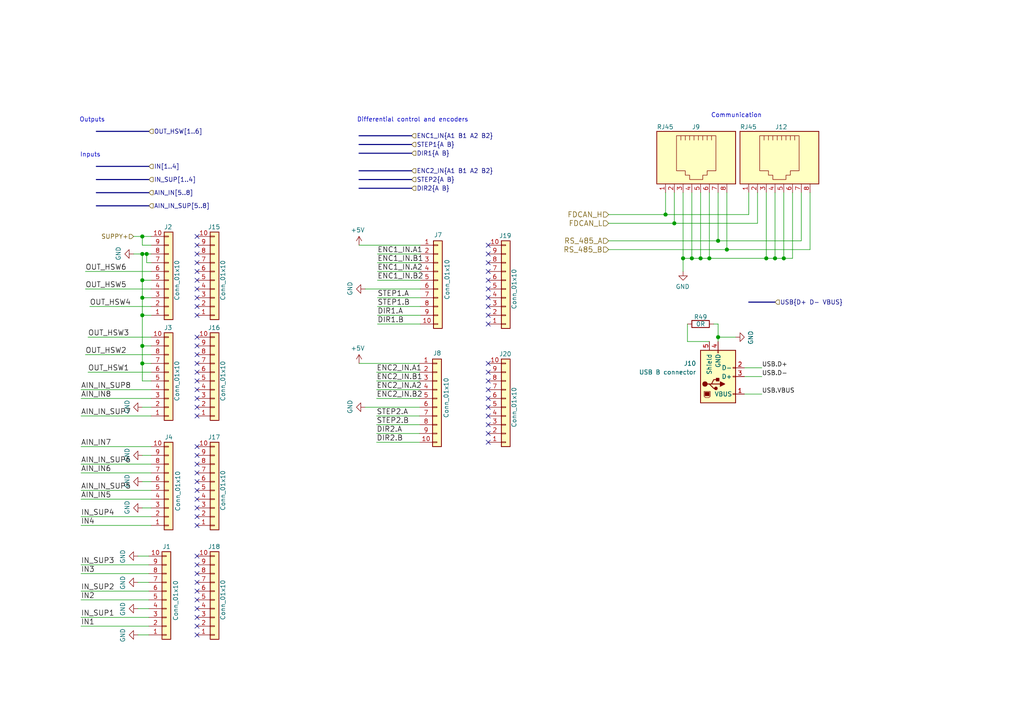
<source format=kicad_sch>
(kicad_sch (version 20210126) (generator eeschema)
  (paper "A4")
  (lib_symbols
    (symbol "Connector:RJ45" (pin_names (offset 1.016))
      (property "Reference" "J" (at -5.08 13.97 0))
      (property "Value" "RJ45" (at 2.54 13.97 0))
      (symbol "RJ45_0_1"
        (rectangle (start 7.62 12.7) (end -7.62 -10.16) (stroke (width 0.254)) (fill (type background)))
        (polyline (pts (xy -5.08 4.445) (xy -6.35 4.445)))
        (polyline (pts (xy -5.08 5.715) (xy -6.35 5.715)))
        (polyline (pts (xy -6.35 -3.175) (xy -5.08 -3.175) (xy -5.08 -3.175)))
        (polyline (pts (xy -6.35 -1.905) (xy -5.08 -1.905) (xy -5.08 -1.905)))
        (polyline (pts (xy -6.35 -0.635) (xy -5.08 -0.635) (xy -5.08 -0.635)))
        (polyline (pts (xy -6.35 0.635) (xy -5.08 0.635) (xy -5.08 0.635)))
        (polyline (pts (xy -6.35 1.905) (xy -5.08 1.905) (xy -5.08 1.905)))
        (polyline (pts (xy -5.08 3.175) (xy -6.35 3.175) (xy -6.35 3.175)))
        (polyline (pts (xy -6.35 -4.445) (xy -6.35 6.985) (xy 3.81 6.985) (xy 3.81 4.445) (xy 5.08 4.445) (xy 5.08 3.175) (xy 6.35 3.175) (xy 6.35 -0.635) (xy 5.08 -0.635) (xy 5.08 -1.905) (xy 3.81 -1.905) (xy 3.81 -4.445) (xy -6.35 -4.445) (xy -6.35 -4.445)))
      )
      (symbol "RJ45_1_1"
        (pin passive line (at 10.16 -7.62 180) (length 2.54) (name "~") (number "1"))
        (pin passive line (at 10.16 -5.08 180) (length 2.54) (name "~") (number "2"))
        (pin passive line (at 10.16 -2.54 180) (length 2.54) (name "~") (number "3"))
        (pin passive line (at 10.16 0 180) (length 2.54) (name "~") (number "4"))
        (pin passive line (at 10.16 2.54 180) (length 2.54) (name "~") (number "5"))
        (pin passive line (at 10.16 5.08 180) (length 2.54) (name "~") (number "6"))
        (pin passive line (at 10.16 7.62 180) (length 2.54) (name "~") (number "7"))
        (pin passive line (at 10.16 10.16 180) (length 2.54) (name "~") (number "8"))
      )
    )
    (symbol "Uni_Printer-rescue:+5V-power" (power) (pin_names (offset 0))
      (property "Value" "+5V-power" (at 0 3.556 0))
      (symbol "+5V-power_0_1"
        (polyline (pts (xy -0.762 1.27) (xy 0 2.54)))
        (polyline (pts (xy 0 0) (xy 0 2.54)))
        (polyline (pts (xy 0 2.54) (xy 0.762 1.27)))
      )
      (symbol "+5V-power_1_1"
        (pin power_in line (at 0 0 90) (length 0) hide (name "+5V") (number "1"))
      )
    )
    (symbol "Uni_Printer-rescue:Conn_01x10-Connector_Generic" (pin_names (offset 1.016) hide)
      (property "Reference" "J" (at 0 12.7 0))
      (property "Value" "Conn_01x10-Connector_Generic" (at 0 -15.24 0))
      (symbol "Conn_01x10-Connector_Generic_1_1"
        (rectangle (start -1.27 -12.573) (end 0 -12.827) (stroke (width 0.1524)))
        (rectangle (start -1.27 -10.033) (end 0 -10.287) (stroke (width 0.1524)))
        (rectangle (start -1.27 -7.493) (end 0 -7.747) (stroke (width 0.1524)))
        (rectangle (start -1.27 -4.953) (end 0 -5.207) (stroke (width 0.1524)))
        (rectangle (start -1.27 -2.413) (end 0 -2.667) (stroke (width 0.1524)))
        (rectangle (start -1.27 0.127) (end 0 -0.127) (stroke (width 0.1524)))
        (rectangle (start -1.27 2.667) (end 0 2.413) (stroke (width 0.1524)))
        (rectangle (start -1.27 5.207) (end 0 4.953) (stroke (width 0.1524)))
        (rectangle (start -1.27 7.747) (end 0 7.493) (stroke (width 0.1524)))
        (rectangle (start -1.27 10.287) (end 0 10.033) (stroke (width 0.1524)))
        (rectangle (start -1.27 11.43) (end 1.27 -13.97) (stroke (width 0.254)) (fill (type background)))
        (pin passive line (at -5.08 10.16 0) (length 3.81) (name "Pin_1") (number "1"))
        (pin passive line (at -5.08 -12.7 0) (length 3.81) (name "Pin_10") (number "10"))
        (pin passive line (at -5.08 7.62 0) (length 3.81) (name "Pin_2") (number "2"))
        (pin passive line (at -5.08 5.08 0) (length 3.81) (name "Pin_3") (number "3"))
        (pin passive line (at -5.08 2.54 0) (length 3.81) (name "Pin_4") (number "4"))
        (pin passive line (at -5.08 0 0) (length 3.81) (name "Pin_5") (number "5"))
        (pin passive line (at -5.08 -2.54 0) (length 3.81) (name "Pin_6") (number "6"))
        (pin passive line (at -5.08 -5.08 0) (length 3.81) (name "Pin_7") (number "7"))
        (pin passive line (at -5.08 -7.62 0) (length 3.81) (name "Pin_8") (number "8"))
        (pin passive line (at -5.08 -10.16 0) (length 3.81) (name "Pin_9") (number "9"))
      )
    )
    (symbol "Uni_Printer-rescue:GND-power" (power) (pin_names (offset 0))
      (property "Value" "GND-power" (at 0 -3.81 0))
      (symbol "GND-power_0_1"
        (polyline (pts (xy 0 0) (xy 0 -1.27) (xy 1.27 -1.27) (xy 0 -2.54) (xy -1.27 -1.27) (xy 0 -1.27)))
      )
      (symbol "GND-power_1_1"
        (pin power_in line (at 0 0 270) (length 0) hide (name "GND") (number "1"))
      )
    )
    (symbol "Uni_Printer-rescue:R-Sensor_tank_v1-rescue-Uni_General_v1-rescue-Uni_Printer_v1-rescue" (pin_numbers hide) (pin_names (offset 0))
      (property "Reference" "R" (at 2.032 0 90))
      (property "Value" "R-Sensor_tank_v1-rescue-Uni_General_v1-rescue-Uni_Printer_v1-rescue" (at 0 0 90))
      (symbol "R-Sensor_tank_v1-rescue-Uni_General_v1-rescue-Uni_Printer_v1-rescue_0_1"
        (rectangle (start -1.016 -2.54) (end 1.016 2.54) (stroke (width 0.254)))
      )
      (symbol "R-Sensor_tank_v1-rescue-Uni_General_v1-rescue-Uni_Printer_v1-rescue_1_1"
        (pin passive line (at 0 3.81 270) (length 1.27) (name "~") (number "1"))
        (pin passive line (at 0 -3.81 90) (length 1.27) (name "~") (number "2"))
      )
    )
    (symbol "Uni_Printer-rescue:USB_B-Connector" (pin_names (offset 1.016))
      (property "Reference" "J" (at -5.08 11.43 0))
      (property "Value" "USB_B-Connector" (at -5.08 8.89 0))
      (symbol "USB_B-Connector_0_1"
        (circle (center -3.81 2.159) (radius 0.635) (stroke (width 0.254)) (fill (type outline)))
        (circle (center -0.635 3.429) (radius 0.381) (stroke (width 0.254)) (fill (type outline)))
        (rectangle (start -0.127 -7.62) (end 0.127 -6.858))
        (rectangle (start 5.08 -2.667) (end 4.318 -2.413))
        (rectangle (start 5.08 -0.127) (end 4.318 0.127))
        (rectangle (start 5.08 4.953) (end 4.318 5.207))
        (rectangle (start -3.81 5.588) (end -2.54 4.572) (fill (type outline)))
        (rectangle (start 0.254 1.27) (end -0.508 0.508) (stroke (width 0.254)) (fill (type outline)))
        (rectangle (start -5.08 -7.62) (end 5.08 7.62) (stroke (width 0.254)) (fill (type background)))
        (polyline (pts (xy -1.905 2.159) (xy 0.635 2.159)) (stroke (width 0.254)))
        (polyline (pts (xy -3.175 2.159) (xy -2.54 2.159) (xy -1.27 3.429) (xy -0.635 3.429)) (stroke (width 0.254)))
        (polyline (pts (xy -2.54 2.159) (xy -1.905 2.159) (xy -1.27 0.889) (xy 0 0.889)) (stroke (width 0.254)))
        (polyline (pts (xy -4.064 4.318) (xy -2.286 4.318) (xy -2.286 5.715) (xy -2.667 6.096) (xy -3.683 6.096) (xy -4.064 5.715) (xy -4.064 4.318)))
        (polyline (pts (xy 0.635 2.794) (xy 0.635 1.524) (xy 1.905 2.159) (xy 0.635 2.794)) (stroke (width 0.254)) (fill (type outline)))
      )
      (symbol "USB_B-Connector_1_1"
        (pin power_out line (at 7.62 5.08 180) (length 2.54) (name "VBUS") (number "1"))
        (pin passive line (at 7.62 -2.54 180) (length 2.54) (name "D-") (number "2"))
        (pin passive line (at 7.62 0 180) (length 2.54) (name "D+") (number "3"))
        (pin power_out line (at 0 -10.16 90) (length 2.54) (name "GND") (number "4"))
        (pin passive line (at -2.54 -10.16 90) (length 2.54) (name "Shield") (number "5"))
      )
    )
  )
  (junction (at 41.275 68.58) (diameter 1.016))
  (junction (at 41.275 73.66) (diameter 1.016))
  (junction (at 41.275 81.28) (diameter 1.016))
  (junction (at 41.275 86.36) (diameter 1.016))
  (junction (at 41.275 91.44) (diameter 1.016))
  (junction (at 41.275 100.33) (diameter 1.016))
  (junction (at 41.275 105.41) (diameter 1.016))
  (junction (at 42.545 73.66) (diameter 1.016))
  (junction (at 193.04 62.23) (diameter 1.016))
  (junction (at 195.58 64.77) (diameter 1.016))
  (junction (at 198.12 74.93) (diameter 1.016))
  (junction (at 200.66 74.93) (diameter 1.016))
  (junction (at 203.2 74.93) (diameter 1.016))
  (junction (at 205.74 74.93) (diameter 1.016))
  (junction (at 208.28 69.85) (diameter 1.016))
  (junction (at 208.28 97.79) (diameter 1.016))
  (junction (at 210.82 72.39) (diameter 1.016))
  (junction (at 222.25 74.93) (diameter 1.016))
  (junction (at 224.79 74.93) (diameter 1.016))
  (junction (at 227.33 74.93) (diameter 1.016))
  (no_connect (at 57.15 68.58))
  (no_connect (at 57.15 71.12))
  (no_connect (at 57.15 73.66))
  (no_connect (at 57.15 76.2))
  (no_connect (at 57.15 78.74))
  (no_connect (at 57.15 81.28))
  (no_connect (at 57.15 83.82))
  (no_connect (at 57.15 86.36))
  (no_connect (at 57.15 88.9))
  (no_connect (at 57.15 91.44))
  (no_connect (at 57.15 97.79))
  (no_connect (at 57.15 100.33))
  (no_connect (at 57.15 102.87))
  (no_connect (at 57.15 105.41))
  (no_connect (at 57.15 107.95))
  (no_connect (at 57.15 110.49))
  (no_connect (at 57.15 113.03))
  (no_connect (at 57.15 115.57))
  (no_connect (at 57.15 118.11))
  (no_connect (at 57.15 120.65))
  (no_connect (at 57.15 129.54))
  (no_connect (at 57.15 132.08))
  (no_connect (at 57.15 134.62))
  (no_connect (at 57.15 137.16))
  (no_connect (at 57.15 139.7))
  (no_connect (at 57.15 142.24))
  (no_connect (at 57.15 144.78))
  (no_connect (at 57.15 147.32))
  (no_connect (at 57.15 149.86))
  (no_connect (at 57.15 152.4))
  (no_connect (at 57.15 161.29))
  (no_connect (at 57.15 163.83))
  (no_connect (at 57.15 166.37))
  (no_connect (at 57.15 168.91))
  (no_connect (at 57.15 171.45))
  (no_connect (at 57.15 173.99))
  (no_connect (at 57.15 176.53))
  (no_connect (at 57.15 179.07))
  (no_connect (at 57.15 181.61))
  (no_connect (at 57.15 184.15))
  (no_connect (at 141.605 71.12))
  (no_connect (at 141.605 73.66))
  (no_connect (at 141.605 76.2))
  (no_connect (at 141.605 78.74))
  (no_connect (at 141.605 81.28))
  (no_connect (at 141.605 83.82))
  (no_connect (at 141.605 86.36))
  (no_connect (at 141.605 88.9))
  (no_connect (at 141.605 91.44))
  (no_connect (at 141.605 93.98))
  (no_connect (at 141.605 105.41))
  (no_connect (at 141.605 107.95))
  (no_connect (at 141.605 110.49))
  (no_connect (at 141.605 113.03))
  (no_connect (at 141.605 115.57))
  (no_connect (at 141.605 118.11))
  (no_connect (at 141.605 120.65))
  (no_connect (at 141.605 123.19))
  (no_connect (at 141.605 125.73))
  (no_connect (at 141.605 128.27))
  (wire (pts (xy 23.495 113.03) (xy 43.815 113.03)))
  (wire (pts (xy 23.495 115.57) (xy 43.815 115.57)))
  (wire (pts (xy 23.495 120.65) (xy 43.815 120.65)))
  (wire (pts (xy 23.495 129.54) (xy 43.815 129.54)))
  (wire (pts (xy 23.495 134.62) (xy 43.815 134.62)))
  (wire (pts (xy 23.495 137.16) (xy 43.815 137.16)))
  (wire (pts (xy 23.495 142.24) (xy 43.815 142.24)))
  (wire (pts (xy 23.495 144.78) (xy 43.815 144.78)))
  (wire (pts (xy 23.495 149.86) (xy 43.815 149.86)))
  (wire (pts (xy 23.495 152.4) (xy 43.815 152.4)))
  (wire (pts (xy 23.495 163.83) (xy 43.18 163.83)))
  (wire (pts (xy 23.495 166.37) (xy 43.18 166.37)))
  (wire (pts (xy 23.495 171.45) (xy 43.18 171.45)))
  (wire (pts (xy 23.495 173.99) (xy 43.18 173.99)))
  (wire (pts (xy 23.495 179.07) (xy 43.18 179.07)))
  (wire (pts (xy 23.495 181.61) (xy 43.18 181.61)))
  (wire (pts (xy 24.765 78.74) (xy 43.815 78.74)))
  (wire (pts (xy 24.765 83.82) (xy 43.815 83.82)))
  (wire (pts (xy 24.765 102.87) (xy 43.815 102.87)))
  (wire (pts (xy 25.527 97.79) (xy 43.815 97.79)))
  (wire (pts (xy 25.527 107.95) (xy 43.815 107.95)))
  (wire (pts (xy 26.035 88.9) (xy 43.815 88.9)))
  (wire (pts (xy 38.735 68.58) (xy 41.275 68.58)))
  (wire (pts (xy 38.735 73.66) (xy 41.275 73.66)))
  (wire (pts (xy 40.005 161.29) (xy 43.18 161.29)))
  (wire (pts (xy 40.005 168.91) (xy 43.18 168.91)))
  (wire (pts (xy 40.005 176.53) (xy 43.18 176.53)))
  (wire (pts (xy 40.005 184.15) (xy 43.18 184.15)))
  (wire (pts (xy 41.275 68.58) (xy 43.815 68.58)))
  (wire (pts (xy 41.275 71.12) (xy 41.275 68.58)))
  (wire (pts (xy 41.275 73.66) (xy 41.275 81.28)))
  (wire (pts (xy 41.275 73.66) (xy 42.545 73.66)))
  (wire (pts (xy 41.275 81.28) (xy 41.275 86.36)))
  (wire (pts (xy 41.275 81.28) (xy 43.815 81.28)))
  (wire (pts (xy 41.275 86.36) (xy 41.275 91.44)))
  (wire (pts (xy 41.275 86.36) (xy 43.815 86.36)))
  (wire (pts (xy 41.275 91.44) (xy 41.275 100.33)))
  (wire (pts (xy 41.275 91.44) (xy 43.815 91.44)))
  (wire (pts (xy 41.275 100.33) (xy 41.275 105.41)))
  (wire (pts (xy 41.275 100.33) (xy 43.815 100.33)))
  (wire (pts (xy 41.275 105.41) (xy 41.275 110.49)))
  (wire (pts (xy 41.275 105.41) (xy 43.815 105.41)))
  (wire (pts (xy 41.275 110.49) (xy 43.815 110.49)))
  (wire (pts (xy 41.275 139.7) (xy 43.815 139.7)))
  (wire (pts (xy 42.545 73.66) (xy 43.815 73.66)))
  (wire (pts (xy 42.545 76.2) (xy 42.545 73.66)))
  (wire (pts (xy 43.815 71.12) (xy 41.275 71.12)))
  (wire (pts (xy 43.815 76.2) (xy 42.545 76.2)))
  (wire (pts (xy 43.815 118.11) (xy 41.275 118.11)))
  (wire (pts (xy 43.815 132.08) (xy 41.275 132.08)))
  (wire (pts (xy 43.815 147.32) (xy 41.275 147.32)))
  (wire (pts (xy 105.918 83.82) (xy 121.92 83.82)))
  (wire (pts (xy 105.918 118.11) (xy 121.666 118.11)))
  (wire (pts (xy 121.666 105.41) (xy 104.14 105.41)))
  (wire (pts (xy 121.666 107.95) (xy 109.22 107.95)))
  (wire (pts (xy 121.666 110.49) (xy 109.22 110.49)))
  (wire (pts (xy 121.666 113.03) (xy 109.22 113.03)))
  (wire (pts (xy 121.666 115.57) (xy 109.22 115.57)))
  (wire (pts (xy 121.666 120.65) (xy 109.22 120.65)))
  (wire (pts (xy 121.666 123.19) (xy 109.22 123.19)))
  (wire (pts (xy 121.666 125.73) (xy 109.22 125.73)))
  (wire (pts (xy 121.666 128.27) (xy 109.22 128.27)))
  (wire (pts (xy 121.92 71.12) (xy 104.14 71.12)))
  (wire (pts (xy 121.92 73.66) (xy 109.474 73.66)))
  (wire (pts (xy 121.92 76.2) (xy 109.474 76.2)))
  (wire (pts (xy 121.92 78.74) (xy 109.474 78.74)))
  (wire (pts (xy 121.92 81.28) (xy 109.474 81.28)))
  (wire (pts (xy 121.92 86.36) (xy 109.474 86.36)))
  (wire (pts (xy 121.92 88.9) (xy 109.474 88.9)))
  (wire (pts (xy 121.92 91.44) (xy 109.474 91.44)))
  (wire (pts (xy 121.92 93.98) (xy 109.474 93.98)))
  (wire (pts (xy 176.53 62.23) (xy 193.04 62.23)))
  (wire (pts (xy 176.53 64.77) (xy 195.58 64.77)))
  (wire (pts (xy 176.53 69.85) (xy 208.28 69.85)))
  (wire (pts (xy 176.53 72.39) (xy 210.82 72.39)))
  (wire (pts (xy 193.04 55.88) (xy 193.04 62.23)))
  (wire (pts (xy 193.04 62.23) (xy 217.17 62.23)))
  (wire (pts (xy 195.58 64.77) (xy 195.58 55.88)))
  (wire (pts (xy 195.58 64.77) (xy 219.71 64.77)))
  (wire (pts (xy 198.12 55.88) (xy 198.12 74.93)))
  (wire (pts (xy 198.12 74.93) (xy 198.12 78.74)))
  (wire (pts (xy 198.12 74.93) (xy 200.66 74.93)))
  (wire (pts (xy 199.39 93.98) (xy 199.39 99.06)))
  (wire (pts (xy 199.39 99.06) (xy 205.74 99.06)))
  (wire (pts (xy 200.66 55.88) (xy 200.66 74.93)))
  (wire (pts (xy 200.66 74.93) (xy 203.2 74.93)))
  (wire (pts (xy 203.2 55.88) (xy 203.2 74.93)))
  (wire (pts (xy 203.2 74.93) (xy 205.74 74.93)))
  (wire (pts (xy 205.74 55.88) (xy 205.74 74.93)))
  (wire (pts (xy 205.74 74.93) (xy 222.25 74.93)))
  (wire (pts (xy 207.01 93.98) (xy 208.28 93.98)))
  (wire (pts (xy 208.28 55.88) (xy 208.28 69.85)))
  (wire (pts (xy 208.28 69.85) (xy 232.41 69.85)))
  (wire (pts (xy 208.28 93.98) (xy 208.28 97.79)))
  (wire (pts (xy 208.28 97.79) (xy 213.36 97.79)))
  (wire (pts (xy 208.28 99.06) (xy 208.28 97.79)))
  (wire (pts (xy 210.82 55.88) (xy 210.82 72.39)))
  (wire (pts (xy 210.82 72.39) (xy 234.95 72.39)))
  (wire (pts (xy 215.9 106.68) (xy 220.98 106.68)))
  (wire (pts (xy 215.9 109.22) (xy 220.98 109.22)))
  (wire (pts (xy 215.9 114.3) (xy 220.98 114.3)))
  (wire (pts (xy 217.17 62.23) (xy 217.17 55.88)))
  (wire (pts (xy 219.71 64.77) (xy 219.71 55.88)))
  (wire (pts (xy 222.25 55.88) (xy 222.25 74.93)))
  (wire (pts (xy 224.79 55.88) (xy 224.79 74.93)))
  (wire (pts (xy 224.79 74.93) (xy 222.25 74.93)))
  (wire (pts (xy 227.33 55.88) (xy 227.33 74.93)))
  (wire (pts (xy 227.33 74.93) (xy 224.79 74.93)))
  (wire (pts (xy 229.87 55.88) (xy 229.87 74.93)))
  (wire (pts (xy 229.87 74.93) (xy 227.33 74.93)))
  (wire (pts (xy 232.41 55.88) (xy 232.41 69.85)))
  (wire (pts (xy 234.95 55.88) (xy 234.95 72.39)))
  (bus (pts (xy 27.94 38.1) (xy 43.18 38.1)))
  (bus (pts (xy 27.94 48.26) (xy 43.18 48.26)))
  (bus (pts (xy 27.94 52.07) (xy 43.18 52.07)))
  (bus (pts (xy 27.94 55.88) (xy 43.18 55.88)))
  (bus (pts (xy 27.94 59.69) (xy 43.18 59.69)))
  (bus (pts (xy 104.14 39.37) (xy 119.38 39.37)))
  (bus (pts (xy 104.14 41.91) (xy 119.38 41.91)))
  (bus (pts (xy 104.14 44.45) (xy 119.38 44.45)))
  (bus (pts (xy 104.14 49.53) (xy 119.38 49.53)))
  (bus (pts (xy 104.14 52.07) (xy 119.38 52.07)))
  (bus (pts (xy 104.14 54.61) (xy 119.38 54.61)))
  (bus (pts (xy 217.17 87.63) (xy 224.79 87.63)))
  (text "Inputs" (at 29.21 45.72 180) (effects (font (size 1.27 1.27)) (justify right bottom)))
  (text "Outputs" (at 30.48 35.56 180) (effects (font (size 1.27 1.27)) (justify right bottom)))
  (text "Differential control and encoders" (at 135.89 35.56 180) (effects (font (size 1.27 1.27)) (justify right bottom)))
  (text "Communication" (at 220.98 34.29 180) (effects (font (size 1.27 1.27)) (justify right bottom)))
  (label "AIN_IN_SUP8" (at 23.495 113.03 0) (effects (font (size 1.524 1.524))))
  (label "AIN_IN8" (at 23.495 115.57 0) (effects (font (size 1.524 1.524))))
  (label "AIN_IN_SUP7" (at 23.495 120.65 0) (effects (font (size 1.524 1.524))))
  (label "AIN_IN7" (at 23.495 129.54 0) (effects (font (size 1.524 1.524))))
  (label "AIN_IN_SUP6" (at 23.495 134.62 0) (effects (font (size 1.524 1.524))))
  (label "AIN_IN6" (at 23.495 137.16 0) (effects (font (size 1.524 1.524))))
  (label "AIN_IN_SUP5" (at 23.495 142.24 0) (effects (font (size 1.524 1.524))))
  (label "AIN_IN5" (at 23.495 144.78 0) (effects (font (size 1.524 1.524))))
  (label "IN_SUP4" (at 23.495 149.86 0) (effects (font (size 1.524 1.524))))
  (label "IN4" (at 23.495 152.4 0) (effects (font (size 1.524 1.524))))
  (label "IN_SUP3" (at 23.495 163.83 0) (effects (font (size 1.524 1.524))))
  (label "IN3" (at 23.495 166.37 0) (effects (font (size 1.524 1.524))))
  (label "IN_SUP2" (at 23.495 171.45 0) (effects (font (size 1.524 1.524))))
  (label "IN2" (at 23.495 173.99 0) (effects (font (size 1.524 1.524))))
  (label "IN_SUP1" (at 23.495 179.07 0) (effects (font (size 1.524 1.524))))
  (label "IN1" (at 23.495 181.61 0) (effects (font (size 1.524 1.524))))
  (label "OUT_HSW6" (at 24.765 78.74 0) (effects (font (size 1.524 1.524))))
  (label "OUT_HSW5" (at 24.765 83.82 0) (effects (font (size 1.524 1.524))))
  (label "OUT_HSW2" (at 24.765 102.87 0) (effects (font (size 1.524 1.524))))
  (label "OUT_HSW3" (at 25.527 97.79 0) (effects (font (size 1.524 1.524))))
  (label "OUT_HSW1" (at 25.527 107.95 0) (effects (font (size 1.524 1.524))))
  (label "OUT_HSW4" (at 26.035 88.9 0) (effects (font (size 1.524 1.524))))
  (label "ENC2_IN.A1" (at 109.22 107.95 0) (effects (font (size 1.524 1.524))))
  (label "ENC2_IN.B1" (at 109.22 110.49 0) (effects (font (size 1.524 1.524))))
  (label "ENC2_IN.A2" (at 109.22 113.03 0) (effects (font (size 1.524 1.524))))
  (label "ENC2_IN.B2" (at 109.22 115.57 0) (effects (font (size 1.524 1.524))))
  (label "STEP2.A" (at 109.22 120.65 0) (effects (font (size 1.524 1.524))))
  (label "STEP2.B" (at 109.22 123.19 0) (effects (font (size 1.524 1.524))))
  (label "DIR2.A" (at 109.22 125.73 0) (effects (font (size 1.524 1.524))))
  (label "DIR2.B" (at 109.22 128.27 0) (effects (font (size 1.524 1.524))))
  (label "ENC1_IN.A1" (at 109.474 73.66 0) (effects (font (size 1.524 1.524))))
  (label "ENC1_IN.B1" (at 109.474 76.2 0) (effects (font (size 1.524 1.524))))
  (label "ENC1_IN.A2" (at 109.474 78.74 0) (effects (font (size 1.524 1.524))))
  (label "ENC1_IN.B2" (at 109.474 81.28 0) (effects (font (size 1.524 1.524))))
  (label "STEP1.A" (at 109.474 86.36 0) (effects (font (size 1.524 1.524))))
  (label "STEP1.B" (at 109.474 88.9 0) (effects (font (size 1.524 1.524))))
  (label "DIR1.A" (at 109.474 91.44 0) (effects (font (size 1.524 1.524))))
  (label "DIR1.B" (at 109.474 93.98 0) (effects (font (size 1.524 1.524))))
  (label "USB.D+" (at 220.98 106.68 0))
  (label "USB.D-" (at 220.98 109.22 0))
  (label "USB.VBUS" (at 220.98 114.3 0))
  (hierarchical_label "SUPPY+" (shape input) (at 38.735 68.58 180))
  (hierarchical_label "OUT_HSW[1..6]" (shape input) (at 43.18 38.1 0))
  (hierarchical_label "IN[1..4]" (shape input) (at 43.18 48.26 0))
  (hierarchical_label "IN_SUP[1..4]" (shape input) (at 43.18 52.07 0))
  (hierarchical_label "AIN_IN[5..8]" (shape input) (at 43.18 55.88 0))
  (hierarchical_label "AIN_IN_SUP[5..8]" (shape input) (at 43.18 59.69 0))
  (hierarchical_label "ENC1_IN{A1 B1 A2 B2}" (shape input) (at 119.38 39.37 0))
  (hierarchical_label "STEP1{A B}" (shape input) (at 119.38 41.91 0))
  (hierarchical_label "DIR1{A B}" (shape input) (at 119.38 44.45 0))
  (hierarchical_label "ENC2_IN{A1 B1 A2 B2}" (shape input) (at 119.38 49.53 0))
  (hierarchical_label "STEP2{A B}" (shape input) (at 119.38 52.07 0))
  (hierarchical_label "DIR2{A B}" (shape input) (at 119.38 54.61 0))
  (hierarchical_label "FDCAN_H" (shape input) (at 176.53 62.23 180) (effects (font (size 1.524 1.524))))
  (hierarchical_label "FDCAN_L" (shape input) (at 176.53 64.77 180) (effects (font (size 1.524 1.524))))
  (hierarchical_label "RS_485_A" (shape input) (at 176.53 69.85 180) (effects (font (size 1.524 1.524))))
  (hierarchical_label "RS_485_B" (shape input) (at 176.53 72.39 180) (effects (font (size 1.524 1.524))))
  (hierarchical_label "USB{D+ D- VBUS}" (shape input) (at 224.79 87.63 0))
  (symbol (lib_id "Uni_Printer-rescue:+5V-power") (at 104.14 71.12 0) (mirror y) (unit 1)
    (property "Reference" "#PWR041" (effects hide))
    (property "Value" "+5V" (at 103.759 66.7258 0))
  )
  (symbol (lib_id "Uni_Printer-rescue:+5V-power") (at 104.14 105.41 0) (mirror y) (unit 1)
    (property "Reference" "#PWR065" (effects hide))
    (property "Value" "+5V" (at 103.759 101.0158 0))
  )
  (symbol (lib_id "Uni_Printer-rescue:GND-power") (at 38.735 73.66 270) (mirror x) (unit 1)
    (property "Reference" "#PWR026" (effects hide))
    (property "Value" "GND" (at 34.3408 73.533 0))
  )
  (symbol (lib_id "Uni_Printer-rescue:GND-power") (at 40.005 161.29 270) (unit 1)
    (property "Reference" "#PWR027" (effects hide))
    (property "Value" "GND" (at 35.6108 161.417 0))
  )
  (symbol (lib_id "Uni_Printer-rescue:GND-power") (at 40.005 168.91 270) (unit 1)
    (property "Reference" "#PWR028" (effects hide))
    (property "Value" "GND" (at 35.6108 169.037 0))
  )
  (symbol (lib_id "Uni_Printer-rescue:GND-power") (at 40.005 176.53 270) (unit 1)
    (property "Reference" "#PWR029" (effects hide))
    (property "Value" "GND" (at 35.6108 176.657 0))
  )
  (symbol (lib_id "Uni_Printer-rescue:GND-power") (at 40.005 184.15 270) (unit 1)
    (property "Reference" "#PWR030" (effects hide))
    (property "Value" "GND" (at 35.6108 184.277 0))
  )
  (symbol (lib_id "Uni_Printer-rescue:GND-power") (at 41.275 118.11 270) (mirror x) (unit 1)
    (property "Reference" "#PWR031" (effects hide))
    (property "Value" "GND" (at 36.8808 117.983 0))
  )
  (symbol (lib_id "Uni_Printer-rescue:GND-power") (at 41.275 132.08 270) (mirror x) (unit 1)
    (property "Reference" "#PWR032" (effects hide))
    (property "Value" "GND" (at 36.8808 131.953 0))
  )
  (symbol (lib_id "Uni_Printer-rescue:GND-power") (at 41.275 139.7 270) (mirror x) (unit 1)
    (property "Reference" "#PWR036" (effects hide))
    (property "Value" "GND" (at 36.8808 139.573 0))
  )
  (symbol (lib_id "Uni_Printer-rescue:GND-power") (at 41.275 147.32 270) (mirror x) (unit 1)
    (property "Reference" "#PWR037" (effects hide))
    (property "Value" "GND" (at 36.8808 147.193 0))
  )
  (symbol (lib_id "Uni_Printer-rescue:GND-power") (at 105.918 83.82 270) (mirror x) (unit 1)
    (property "Reference" "#PWR069" (effects hide))
    (property "Value" "GND" (at 101.5238 83.693 0))
  )
  (symbol (lib_id "Uni_Printer-rescue:GND-power") (at 105.918 118.11 270) (mirror x) (unit 1)
    (property "Reference" "#PWR073" (effects hide))
    (property "Value" "GND" (at 101.5238 117.983 0))
  )
  (symbol (lib_id "Uni_Printer-rescue:GND-power") (at 198.12 78.74 0) (mirror y) (unit 1)
    (property "Reference" "#PWR077" (effects hide))
    (property "Value" "GND" (at 197.993 83.1342 0))
  )
  (symbol (lib_id "Uni_Printer-rescue:GND-power") (at 213.36 97.79 90) (mirror x) (unit 1)
    (property "Reference" "#PWR0103" (effects hide))
    (property "Value" "GND" (at 217.7542 97.917 0))
  )
  (symbol (lib_id "Uni_Printer-rescue:R-Sensor_tank_v1-rescue-Uni_General_v1-rescue-Uni_Printer_v1-rescue") (at 203.2 93.98 90) (unit 1)
    (property "Reference" "R49" (at 203.2 91.948 90))
    (property "Value" "0R" (at 203.2 93.98 90))
    (property "Footprint" "Resistor_SMD:R_0603_1608Metric" (effects hide))
    (property "TME" "SMD0603-0R" (effects hide))
  )
  (symbol (lib_id "Uni_Printer-rescue:Conn_01x10-Connector_Generic") (at 48.26 173.99 0) (mirror x) (unit 1)
    (property "Reference" "J1" (at 47.117 158.5468 0) (effects (justify left)))
    (property "Value" "Conn_01x10" (at 50.927 168.3004 90) (effects (justify left)))
    (property "Footprint" "moje:PhoenixContact_MC-G_10x3.50mm_Angled" (effects hide))
    (property "TME" "15EDGRC-3.5/10P" (effects hide))
  )
  (symbol (lib_id "Uni_Printer-rescue:Conn_01x10-Connector_Generic") (at 48.895 81.28 0) (mirror x) (unit 1)
    (property "Reference" "J2" (at 48.768 65.8368 0))
    (property "Value" "Conn_01x10" (at 51.308 81.3054 90))
    (property "Footprint" "moje:PhoenixContact_MC-G_10x3.50mm_Angled" (effects hide))
    (property "TME" "15EDGRC-3.5/10P" (effects hide))
  )
  (symbol (lib_id "Uni_Printer-rescue:Conn_01x10-Connector_Generic") (at 48.895 110.49 0) (mirror x) (unit 1)
    (property "Reference" "J3" (at 48.768 95.0468 0))
    (property "Value" "Conn_01x10" (at 51.308 110.5154 90))
    (property "Footprint" "moje:PhoenixContact_MC-G_10x3.50mm_Angled" (effects hide))
    (property "TME" "15EDGRC-3.5/10P" (effects hide))
  )
  (symbol (lib_id "Uni_Printer-rescue:Conn_01x10-Connector_Generic") (at 48.895 142.24 0) (mirror x) (unit 1)
    (property "Reference" "J4" (at 47.752 126.7968 0) (effects (justify left)))
    (property "Value" "Conn_01x10" (at 51.562 136.5504 90) (effects (justify left)))
    (property "Footprint" "moje:PhoenixContact_MC-G_10x3.50mm_Angled" (effects hide))
    (property "TME" "15EDGRC-3.5/10P" (effects hide))
  )
  (symbol (lib_id "Uni_Printer-rescue:Conn_01x10-Connector_Generic") (at 62.23 81.28 0) (mirror x) (unit 1) (on_board no)
    (property "Reference" "J15" (at 62.103 65.8368 0))
    (property "Value" "Conn_01x10" (at 64.643 81.3054 90))
    (property "TME" "15EDGK-3.5/10P" (effects hide))
  )
  (symbol (lib_id "Uni_Printer-rescue:Conn_01x10-Connector_Generic") (at 62.23 110.49 0) (mirror x) (unit 1) (on_board no)
    (property "Reference" "J16" (at 62.103 95.0468 0))
    (property "Value" "Conn_01x10" (at 64.643 110.5154 90))
    (property "TME" "15EDGK-3.5/10P" (effects hide))
  )
  (symbol (lib_id "Uni_Printer-rescue:Conn_01x10-Connector_Generic") (at 62.23 142.24 0) (mirror x) (unit 1) (on_board no)
    (property "Reference" "J17" (at 62.103 126.7968 0))
    (property "Value" "Conn_01x10" (at 64.643 142.2654 90))
    (property "TME" "15EDGK-3.5/10P" (effects hide))
  )
  (symbol (lib_id "Uni_Printer-rescue:Conn_01x10-Connector_Generic") (at 62.23 173.99 0) (mirror x) (unit 1) (on_board no)
    (property "Reference" "J18" (at 62.103 158.5468 0))
    (property "Value" "Conn_01x10" (at 64.643 174.0154 90))
    (property "TME" "15EDGK-3.5/10P" (effects hide))
  )
  (symbol (lib_id "Uni_Printer-rescue:Conn_01x10-Connector_Generic") (at 126.746 115.57 0) (unit 1)
    (property "Reference" "J8" (at 125.603 102.4382 0) (effects (justify left)))
    (property "Value" "Conn_01x10" (at 129.413 121.2596 90) (effects (justify left)))
    (property "Footprint" "moje:PhoenixContact_MC-G_10x3.50mm_Angled" (effects hide))
    (property "TME" "15EDGRC-3.5/10P" (effects hide))
  )
  (symbol (lib_id "Uni_Printer-rescue:Conn_01x10-Connector_Generic") (at 127 81.28 0) (unit 1)
    (property "Reference" "J7" (at 125.857 68.1482 0) (effects (justify left)))
    (property "Value" "Conn_01x10" (at 129.667 86.9696 90) (effects (justify left)))
    (property "Footprint" "moje:PhoenixContact_MC-G_10x3.50mm_Angled" (effects hide))
    (property "TME" "15EDGRC-3.5/10P" (effects hide))
  )
  (symbol (lib_id "Uni_Printer-rescue:Conn_01x10-Connector_Generic") (at 146.685 83.82 0) (mirror x) (unit 1) (on_board no)
    (property "Reference" "J19" (at 146.558 68.3768 0))
    (property "Value" "Conn_01x10" (at 149.098 83.8454 90))
    (property "TME" "15EDGK-3.5/10P" (effects hide))
  )
  (symbol (lib_id "Uni_Printer-rescue:Conn_01x10-Connector_Generic") (at 146.685 118.11 0) (mirror x) (unit 1) (on_board no)
    (property "Reference" "J20" (at 146.558 102.6668 0))
    (property "Value" "Conn_01x10" (at 149.098 118.1354 90))
    (property "TME" "15EDGK-3.5/10P" (effects hide))
  )
  (symbol (lib_id "Uni_Printer-rescue:USB_B-Connector") (at 208.28 109.22 0) (mirror x) (unit 1)
    (property "Reference" "J10" (at 201.93 105.41 0) (effects (justify right)))
    (property "Value" "USB B connector" (at 201.93 107.95 0) (effects (justify right)))
    (property "Footprint" "Connector_USB:USB_B_OST_USB-B1HSxx_Horizontal" (effects hide))
    (property "TME" "TUEB4F2D0B" (effects hide))
  )
  (symbol (lib_id "Connector:RJ45") (at 200.66 45.72 270) (unit 1)
    (property "Reference" "J9" (at 200.66 36.83 90) (effects (justify left)))
    (property "Value" "RJ45" (at 190.5 36.83 90) (effects (justify left)))
    (property "Footprint" "Connector_RJ:RJ45_Amphenol_54602-x08_Horizontal" (effects hide))
    (property "TME" "54602-910LF" (effects hide))
  )
  (symbol (lib_id "Connector:RJ45") (at 224.79 45.72 270) (unit 1)
    (property "Reference" "J12" (at 224.79 36.83 90) (effects (justify left)))
    (property "Value" "RJ45" (at 214.63 36.83 90) (effects (justify left)))
    (property "Footprint" "Connector_RJ:RJ45_Amphenol_54602-x08_Horizontal" (effects hide))
    (property "TME" "54602-910LF" (effects hide))
  )
)
</source>
